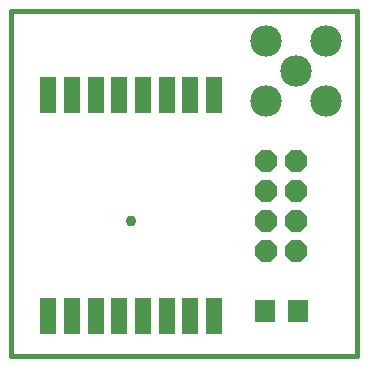
<source format=gts>
G04 EAGLE Gerber X2 export*
G75*
%MOMM*%
%FSLAX34Y34*%
%LPD*%
%AMOC8*
5,1,8,0,0,1.08239X$1,22.5*%
G01*
%ADD10C,0.406400*%
%ADD11R,1.327000X3.127000*%
%ADD12R,1.727000X1.927000*%
%ADD13C,2.667000*%
%ADD14P,1.951982X8X112.500000*%
%ADD15C,0.932600*%


D10*
X0Y0D02*
X292610Y0D01*
X292610Y292000D01*
X0Y292000D01*
X0Y0D01*
D11*
X91600Y33500D03*
X71600Y33500D03*
X51600Y33500D03*
X31600Y33500D03*
X111600Y33500D03*
X131600Y33500D03*
X151600Y33500D03*
X171600Y33500D03*
X171600Y220500D03*
X151600Y220500D03*
X131600Y220500D03*
X111600Y220500D03*
X91600Y220500D03*
X71600Y220500D03*
X51600Y220500D03*
X31600Y220500D03*
D12*
X214600Y38100D03*
X242600Y38100D03*
D13*
X266700Y266700D03*
X266700Y215900D03*
X215900Y215900D03*
X215900Y266700D03*
X241300Y241300D03*
D14*
X241300Y88900D03*
X215900Y88900D03*
X241300Y114300D03*
X215900Y114300D03*
X241300Y139700D03*
X215900Y139700D03*
X241300Y165100D03*
X215900Y165100D03*
D15*
X101600Y114300D03*
M02*

</source>
